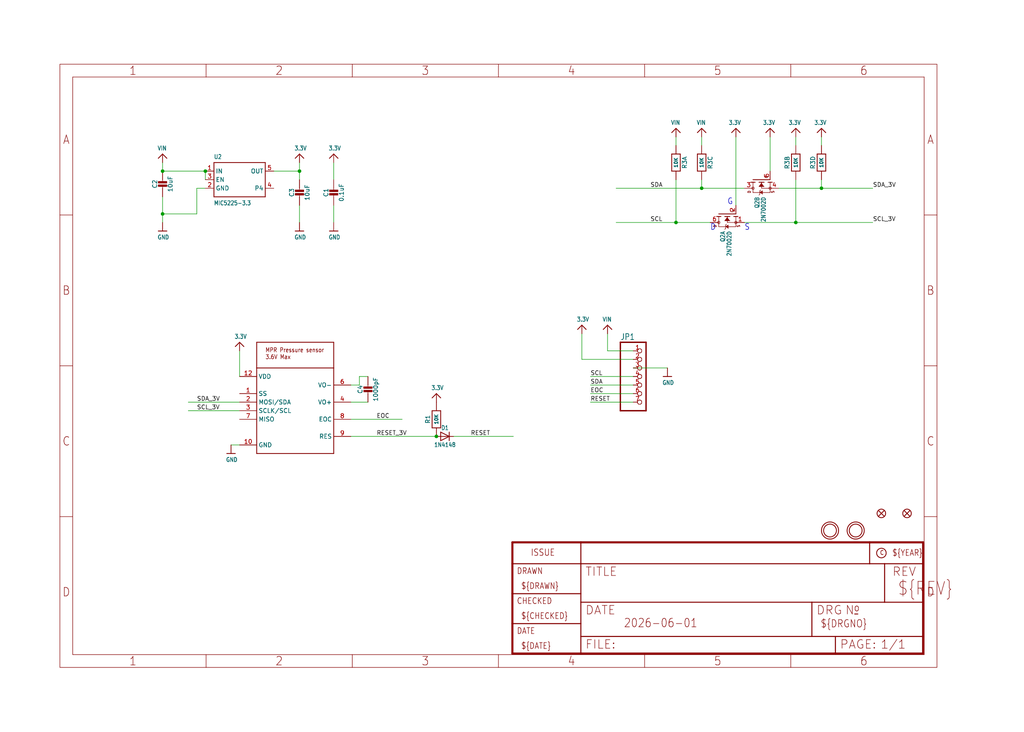
<source format=kicad_sch>
(kicad_sch (version 20230121) (generator eeschema)
  (paper "User" 303.962 217.322)
  (lib_symbols
    (symbol "working-eagle-import:3.3V" (power)
      (property "Value" "3.3V" (at -1.524 1.016 0))
      (symbol "3.3V_1_0"
        (polyline (pts (xy -1.27 -1.27) (xy 0 0)) (stroke (width 0.254)))
        (polyline (pts (xy 0 0) (xy 1.27 -1.27)) (stroke (width 0.254)))
        (pin power_in line (at 0 -2.54 90) (length 2.54) (name "3.3V") (number "1"))
      )
    )
    (symbol "working-eagle-import:CAP_CERAMIC0603_NO"
      (property "Reference" "C" (at -2.29 1.25 90))
      (symbol "CAP_CERAMIC0603_NO_1_0"
        (rectangle (start -1.27 0.508) (end 1.27 1.016) (fill (type outline)))
        (rectangle (start -1.27 1.524) (end 1.27 2.032) (fill (type outline)))
        (polyline (pts (xy 0 0.762) (xy 0 0)) (stroke (width 0.1524)))
        (polyline (pts (xy 0 2.54) (xy 0 1.778)) (stroke (width 0.1524)))
        (pin passive line (at 0 5.08 270) (length 2.54) (name "1") (number "1"))
        (pin passive line (at 0 -2.54 90) (length 2.54) (name "2") (number "2"))
      )
    )
    (symbol "working-eagle-import:CAP_CERAMIC0805-NOOUTLINE"
      (property "Reference" "C" (at -2.29 1.25 90))
      (symbol "CAP_CERAMIC0805-NOOUTLINE_1_0"
        (rectangle (start -1.27 0.508) (end 1.27 1.016) (fill (type outline)))
        (rectangle (start -1.27 1.524) (end 1.27 2.032) (fill (type outline)))
        (polyline (pts (xy 0 0.762) (xy 0 0)) (stroke (width 0.1524)))
        (polyline (pts (xy 0 2.54) (xy 0 1.778)) (stroke (width 0.1524)))
        (pin passive line (at 0 5.08 270) (length 2.54) (name "1") (number "1"))
        (pin passive line (at 0 -2.54 90) (length 2.54) (name "2") (number "2"))
      )
    )
    (symbol "working-eagle-import:DIODESOD-323"
      (property "Reference" "D" (at 0 2.54 0))
      (symbol "DIODESOD-323_1_0"
        (polyline (pts (xy -1.27 -1.27) (xy 1.27 0)) (stroke (width 0.254)))
        (polyline (pts (xy -1.27 1.27) (xy -1.27 -1.27)) (stroke (width 0.254)))
        (polyline (pts (xy 1.27 0) (xy -1.27 1.27)) (stroke (width 0.254)))
        (polyline (pts (xy 1.27 0) (xy 1.27 -1.27)) (stroke (width 0.254)))
        (polyline (pts (xy 1.27 1.27) (xy 1.27 0)) (stroke (width 0.254)))
        (pin passive line (at -2.54 0 0) (length 2.54) (name "A") (number "A"))
        (pin passive line (at 2.54 0 180) (length 2.54) (name "C") (number "C"))
      )
    )
    (symbol "working-eagle-import:FIDUCIAL_1MM"
      (symbol "FIDUCIAL_1MM_1_0"
        (polyline (pts (xy -0.762 0.762) (xy 0.762 -0.762)) (stroke (width 0.254)))
        (polyline (pts (xy 0.762 0.762) (xy -0.762 -0.762)) (stroke (width 0.254)))
        (circle (center 0 0) (radius 1.27) (stroke (width 0.254)))
      )
    )
    (symbol "working-eagle-import:FRAME_A4"
      (symbol "FRAME_A4_1_0"
        (polyline (pts (xy 0 44.7675) (xy 3.81 44.7675)))
        (polyline (pts (xy 0 89.535) (xy 3.81 89.535)))
        (polyline (pts (xy 0 134.3025) (xy 3.81 134.3025)))
        (polyline (pts (xy 3.81 3.81) (xy 3.81 175.26)))
        (polyline (pts (xy 43.3917 0) (xy 43.3917 3.81)))
        (polyline (pts (xy 43.3917 175.26) (xy 43.3917 179.07)))
        (polyline (pts (xy 86.7833 0) (xy 86.7833 3.81)))
        (polyline (pts (xy 86.7833 175.26) (xy 86.7833 179.07)))
        (polyline (pts (xy 130.175 0) (xy 130.175 3.81)))
        (polyline (pts (xy 130.175 175.26) (xy 130.175 179.07)))
        (polyline (pts (xy 173.5667 0) (xy 173.5667 3.81)))
        (polyline (pts (xy 173.5667 175.26) (xy 173.5667 179.07)))
        (polyline (pts (xy 216.9583 0) (xy 216.9583 3.81)))
        (polyline (pts (xy 216.9583 175.26) (xy 216.9583 179.07)))
        (polyline (pts (xy 256.54 3.81) (xy 3.81 3.81)))
        (polyline (pts (xy 256.54 3.81) (xy 256.54 8.89)) (stroke (width 0.1016)))
        (polyline (pts (xy 256.54 3.81) (xy 256.54 175.26)))
        (polyline (pts (xy 256.54 8.89) (xy 256.54 13.97)) (stroke (width 0.1016)))
        (polyline (pts (xy 256.54 13.97) (xy 256.54 19.05)) (stroke (width 0.1016)))
        (polyline (pts (xy 256.54 19.05) (xy 256.54 36.83)) (stroke (width 0.1016)))
        (polyline (pts (xy 256.54 44.7675) (xy 260.35 44.7675)))
        (polyline (pts (xy 256.54 89.535) (xy 260.35 89.535)))
        (polyline (pts (xy 256.54 134.3025) (xy 260.35 134.3025)))
        (polyline (pts (xy 256.54 175.26) (xy 3.81 175.26)))
        (polyline (pts (xy 0 0) (xy 260.35 0) (xy 260.35 179.07) (xy 0 179.07) (xy 0 0)))
        (text "1" (at 21.6958 1.905 0) (effects (font (size 2.54 2.286))))
        (text "1" (at 21.6958 177.165 0) (effects (font (size 2.54 2.286))))
        (text "2" (at 65.0875 1.905 0) (effects (font (size 2.54 2.286))))
        (text "2" (at 65.0875 177.165 0) (effects (font (size 2.54 2.286))))
        (text "3" (at 108.4792 1.905 0) (effects (font (size 2.54 2.286))))
        (text "3" (at 108.4792 177.165 0) (effects (font (size 2.54 2.286))))
        (text "4" (at 151.8708 1.905 0) (effects (font (size 2.54 2.286))))
        (text "4" (at 151.8708 177.165 0) (effects (font (size 2.54 2.286))))
        (text "5" (at 195.2625 1.905 0) (effects (font (size 2.54 2.286))))
        (text "5" (at 195.2625 177.165 0) (effects (font (size 2.54 2.286))))
        (text "6" (at 238.6542 1.905 0) (effects (font (size 2.54 2.286))))
        (text "6" (at 238.6542 177.165 0) (effects (font (size 2.54 2.286))))
        (text "A" (at 1.905 156.6863 0) (effects (font (size 2.54 2.286))))
        (text "A" (at 258.445 156.6863 0) (effects (font (size 2.54 2.286))))
        (text "B" (at 1.905 111.9188 0) (effects (font (size 2.54 2.286))))
        (text "B" (at 258.445 111.9188 0) (effects (font (size 2.54 2.286))))
        (text "C" (at 1.905 67.1513 0) (effects (font (size 2.54 2.286))))
        (text "C" (at 258.445 67.1513 0) (effects (font (size 2.54 2.286))))
        (text "D" (at 1.905 22.3838 0) (effects (font (size 2.54 2.286))))
        (text "D" (at 258.445 22.3838 0) (effects (font (size 2.54 2.286))))
      )
      (symbol "FRAME_A4_2_0"
        (polyline (pts (xy -0.3048 1.5748) (xy 20.0152 1.5748)) (stroke (width 0.6096)))
        (polyline (pts (xy -0.3048 10.4648) (xy -0.3048 1.5748)) (stroke (width 0.6096)))
        (polyline (pts (xy -0.3048 10.4648) (xy 20.0152 10.4648)) (stroke (width 0.3048)))
        (polyline (pts (xy -0.3048 19.3548) (xy -0.3048 10.4648)) (stroke (width 0.6096)))
        (polyline (pts (xy -0.3048 19.3548) (xy 20.0152 19.3548)) (stroke (width 0.3048)))
        (polyline (pts (xy -0.3048 28.2448) (xy -0.3048 19.3548)) (stroke (width 0.6096)))
        (polyline (pts (xy -0.3048 28.2448) (xy 20.0152 28.2448)) (stroke (width 0.3048)))
        (polyline (pts (xy -0.3048 34.5948) (xy -0.3048 28.2448)) (stroke (width 0.6096)))
        (polyline (pts (xy 20.0152 1.5748) (xy 20.0152 6.6548)) (stroke (width 0.3048)))
        (polyline (pts (xy 20.0152 1.5748) (xy 95.5802 1.5748)) (stroke (width 0.6096)))
        (polyline (pts (xy 20.0152 6.6548) (xy 20.0152 10.4648)) (stroke (width 0.3048)))
        (polyline (pts (xy 20.0152 6.6548) (xy 88.5952 6.6548)) (stroke (width 0.3048)))
        (polyline (pts (xy 20.0152 10.4648) (xy 20.0152 16.8148)) (stroke (width 0.3048)))
        (polyline (pts (xy 20.0152 16.8148) (xy 20.0152 19.3548)) (stroke (width 0.3048)))
        (polyline (pts (xy 20.0152 19.3548) (xy 20.0152 28.2448)) (stroke (width 0.3048)))
        (polyline (pts (xy 20.0152 28.2448) (xy 20.0152 34.5948)) (stroke (width 0.3048)))
        (polyline (pts (xy 20.0152 28.2448) (xy 105.7402 28.2448)) (stroke (width 0.3048)))
        (polyline (pts (xy 20.0152 34.5948) (xy -0.3048 34.5948)) (stroke (width 0.6096)))
        (polyline (pts (xy 88.5952 6.6548) (xy 95.5802 6.6548)) (stroke (width 0.3048)))
        (polyline (pts (xy 88.5952 16.8148) (xy 20.0152 16.8148)) (stroke (width 0.3048)))
        (polyline (pts (xy 88.5952 16.8148) (xy 88.5952 6.6548)) (stroke (width 0.3048)))
        (polyline (pts (xy 95.5802 1.5748) (xy 121.6152 1.5748)) (stroke (width 0.6096)))
        (polyline (pts (xy 95.5802 6.6548) (xy 95.5802 1.5748)) (stroke (width 0.3048)))
        (polyline (pts (xy 95.5802 6.6548) (xy 121.6152 6.6548)) (stroke (width 0.3048)))
        (polyline (pts (xy 101.2952 13.3223) (xy 102.2477 13.3223)) (stroke (width 0.254)))
        (polyline (pts (xy 105.7402 28.2448) (xy 105.7402 34.5948)) (stroke (width 0.3048)))
        (polyline (pts (xy 105.7402 28.2448) (xy 110.1852 28.2448)) (stroke (width 0.3048)))
        (polyline (pts (xy 105.7402 34.5948) (xy 20.0152 34.5948)) (stroke (width 0.6096)))
        (polyline (pts (xy 110.1852 16.8148) (xy 88.5952 16.8148)) (stroke (width 0.3048)))
        (polyline (pts (xy 110.1852 28.2448) (xy 110.1852 16.8148)) (stroke (width 0.3048)))
        (polyline (pts (xy 110.1852 28.2448) (xy 121.6152 28.2448)) (stroke (width 0.3048)))
        (polyline (pts (xy 121.6152 6.6548) (xy 121.6152 1.5748)) (stroke (width 0.6096)))
        (polyline (pts (xy 121.6152 16.8148) (xy 110.1852 16.8148)) (stroke (width 0.3048)))
        (polyline (pts (xy 121.6152 16.8148) (xy 121.6152 6.6548)) (stroke (width 0.6096)))
        (polyline (pts (xy 121.6152 28.2448) (xy 121.6152 16.8148)) (stroke (width 0.6096)))
        (polyline (pts (xy 121.6152 34.5948) (xy 105.7402 34.5948)) (stroke (width 0.6096)))
        (polyline (pts (xy 121.6152 34.5948) (xy 121.6152 28.2448)) (stroke (width 0.6096)))
        (circle (center 109.2327 31.4198) (radius 1.4199) (stroke (width 0.254)))
        (text "${#}/${##}" (at 108.9152 2.8448 0) (effects (font (size 2.54 2.54)) (justify left bottom)))
        (text "${CHECKED}" (at 2.2352 11.7348 0) (effects (font (size 1.778 1.5113)) (justify left bottom)))
        (text "${COMPANY}" (at 23.349 29.6735 0) (effects (font (size 3.175 2.6987) (thickness 0.5397) bold) (justify left bottom)))
        (text "${CURRENT_DATE}" (at 32.7152 9.1948 0) (effects (font (size 2.54 2.159)) (justify left bottom)))
        (text "${DATE}" (at 2.2352 2.8448 0) (effects (font (size 1.778 1.5113)) (justify left bottom)))
        (text "${DRAWN}" (at 2.2352 20.6248 0) (effects (font (size 1.778 1.5113)) (justify left bottom)))
        (text "${DRGNO}" (at 91.1352 9.1948 0) (effects (font (size 2.1844 1.8567)) (justify left bottom)))
        (text "${PROJECTNAME}" (at 33.0327 2.8448 0) (effects (font (size 2.54 2.159)) (justify left bottom)))
        (text "${REV}" (at 113.9952 18.7198 0) (effects (font (size 3.81 3.2385)) (justify left bottom)))
        (text "${YEAR}" (at 112.4077 30.4673 0) (effects (font (size 1.778 1.5113)) (justify left bottom)))
        (text "C" (at 108.7564 30.7848 0) (effects (font (size 1.27 1.0795)) (justify left bottom)))
        (text "CHECKED" (at 0.9652 16.1798 0) (effects (font (size 1.778 1.5113)) (justify left bottom)))
        (text "DATE" (at 0.9652 7.2898 0) (effects (font (size 1.778 1.5113)) (justify left bottom)))
        (text "DATE" (at 21.2852 13.0048 0) (effects (font (size 2.54 2.54)) (justify left bottom)))
        (text "DRAWN" (at 0.9652 25.0698 0) (effects (font (size 1.778 1.5113)) (justify left bottom)))
        (text "DRG" (at 89.8652 13.0048 0) (effects (font (size 2.54 2.54)) (justify left bottom)))
        (text "FILE:" (at 21.2852 2.8448 0) (effects (font (size 2.54 2.54)) (justify left bottom)))
        (text "ISSUE" (at 5.0927 30.4673 0) (effects (font (size 1.9304 1.6408)) (justify left bottom)))
        (text "N" (at 98.4377 13.0048 0) (effects (font (size 2.54 2.54)) (justify left bottom)))
        (text "o" (at 100.9777 13.9573 0) (effects (font (size 2.1844 1.8567)) (justify left bottom)))
        (text "PAGE:" (at 96.8502 2.8448 0) (effects (font (size 2.54 2.54)) (justify left bottom)))
        (text "REV" (at 112.4077 24.4348 0) (effects (font (size 2.54 2.54)) (justify left bottom)))
        (text "TITLE" (at 21.2852 24.4348 0) (effects (font (size 2.54 2.54)) (justify left bottom)))
      )
    )
    (symbol "working-eagle-import:GND" (power)
      (property "Value" "GND" (at -1.524 -2.54 0))
      (symbol "GND_1_0"
        (polyline (pts (xy -1.27 0) (xy 1.27 0)) (stroke (width 0.254)))
        (pin power_in line (at 0 2.54 270) (length 2.54) (name "GND") (number "1"))
      )
    )
    (symbol "working-eagle-import:HEADER-1X770MIL"
      (property "Reference" "JP" (at -6.35 10.795 0))
      (symbol "HEADER-1X770MIL_1_0"
        (polyline (pts (xy -6.35 -10.16) (xy 1.27 -10.16)) (stroke (width 0.4064)))
        (polyline (pts (xy -6.35 10.16) (xy -6.35 -10.16)) (stroke (width 0.4064)))
        (polyline (pts (xy 1.27 -10.16) (xy 1.27 10.16)) (stroke (width 0.4064)))
        (polyline (pts (xy 1.27 10.16) (xy -6.35 10.16)) (stroke (width 0.4064)))
        (pin passive inverted (at -2.54 7.62 0) (length 2.54) (name "1") (number "1"))
        (pin passive inverted (at -2.54 5.08 0) (length 2.54) (name "2") (number "2"))
        (pin passive inverted (at -2.54 2.54 0) (length 2.54) (name "3") (number "3"))
        (pin passive inverted (at -2.54 0 0) (length 2.54) (name "4") (number "4"))
        (pin passive inverted (at -2.54 -2.54 0) (length 2.54) (name "5") (number "5"))
        (pin passive inverted (at -2.54 -5.08 0) (length 2.54) (name "6") (number "6"))
        (pin passive inverted (at -2.54 -7.62 0) (length 2.54) (name "7") (number "7"))
      )
    )
    (symbol "working-eagle-import:MOSFET-N_DUAL"
      (property "Reference" "Q" (at 5.08 0.635 0))
      (symbol "MOSFET-N_DUAL_1_0"
        (polyline (pts (xy 0 2.54) (xy 0 -2.54)) (stroke (width 0.254)))
        (polyline (pts (xy 0.762 -2.54) (xy 0.762 -3.175)) (stroke (width 0.254)))
        (polyline (pts (xy 0.762 -1.905) (xy 0.762 -2.54)) (stroke (width 0.254)))
        (polyline (pts (xy 0.762 0) (xy 0.762 -0.762)) (stroke (width 0.254)))
        (polyline (pts (xy 0.762 0) (xy 2.54 0)) (stroke (width 0.1524)))
        (polyline (pts (xy 0.762 0.762) (xy 0.762 0)) (stroke (width 0.254)))
        (polyline (pts (xy 0.762 2.54) (xy 0.762 1.905)) (stroke (width 0.254)))
        (polyline (pts (xy 0.762 2.54) (xy 3.81 2.54)) (stroke (width 0.1524)))
        (polyline (pts (xy 0.762 3.175) (xy 0.762 2.54)) (stroke (width 0.254)))
        (polyline (pts (xy 2.54 -2.54) (xy 0.762 -2.54)) (stroke (width 0.1524)))
        (polyline (pts (xy 2.54 -2.54) (xy 3.81 -2.54)) (stroke (width 0.1524)))
        (polyline (pts (xy 2.54 0) (xy 2.54 -2.54)) (stroke (width 0.1524)))
        (polyline (pts (xy 3.302 0.508) (xy 3.048 0.254)) (stroke (width 0.1524)))
        (polyline (pts (xy 3.81 0.508) (xy 3.302 0.508)) (stroke (width 0.1524)))
        (polyline (pts (xy 3.81 0.508) (xy 3.81 -2.54)) (stroke (width 0.1524)))
        (polyline (pts (xy 3.81 2.54) (xy 3.81 0.508)) (stroke (width 0.1524)))
        (polyline (pts (xy 4.318 0.508) (xy 3.81 0.508)) (stroke (width 0.1524)))
        (polyline (pts (xy 4.572 0.762) (xy 4.318 0.508)) (stroke (width 0.1524)))
        (polyline (pts (xy 1.016 0) (xy 2.032 0.762) (xy 2.032 -0.762)) (stroke (width 0.1524)) (fill (type outline)))
        (polyline (pts (xy 3.81 0.508) (xy 3.302 -0.254) (xy 4.318 -0.254)) (stroke (width 0.1524)) (fill (type outline)))
        (circle (center 2.54 -2.54) (radius 0.3592))
        (circle (center 2.54 2.54) (radius 0.3592))
        (text "D" (at 3.175 3.175 0) (effects (font (size 0.8128 0.6908)) (justify left bottom)))
        (text "G" (at -1.27 -1.905 0) (effects (font (size 0.8128 0.6908)) (justify left bottom)))
        (text "S" (at 3.175 -3.81 0) (effects (font (size 0.8128 0.6908)) (justify left bottom)))
        (pin bidirectional line (at 2.54 -5.08 90) (length 2.54) (name "S") (number "1"))
        (pin bidirectional line (at -2.54 -2.54 0) (length 2.54) (name "G") (number "2"))
        (pin bidirectional line (at 2.54 5.08 270) (length 2.54) (name "D") (number "6"))
      )
      (symbol "MOSFET-N_DUAL_2_0"
        (polyline (pts (xy 0 2.54) (xy 0 -2.54)) (stroke (width 0.254)))
        (polyline (pts (xy 0.762 -2.54) (xy 0.762 -3.175)) (stroke (width 0.254)))
        (polyline (pts (xy 0.762 -1.905) (xy 0.762 -2.54)) (stroke (width 0.254)))
        (polyline (pts (xy 0.762 0) (xy 0.762 -0.762)) (stroke (width 0.254)))
        (polyline (pts (xy 0.762 0) (xy 2.54 0)) (stroke (width 0.1524)))
        (polyline (pts (xy 0.762 0.762) (xy 0.762 0)) (stroke (width 0.254)))
        (polyline (pts (xy 0.762 2.54) (xy 0.762 1.905)) (stroke (width 0.254)))
        (polyline (pts (xy 0.762 2.54) (xy 3.81 2.54)) (stroke (width 0.1524)))
        (polyline (pts (xy 0.762 3.175) (xy 0.762 2.54)) (stroke (width 0.254)))
        (polyline (pts (xy 2.54 -2.54) (xy 0.762 -2.54)) (stroke (width 0.1524)))
        (polyline (pts (xy 2.54 -2.54) (xy 3.81 -2.54)) (stroke (width 0.1524)))
        (polyline (pts (xy 2.54 0) (xy 2.54 -2.54)) (stroke (width 0.1524)))
        (polyline (pts (xy 3.302 0.508) (xy 3.048 0.254)) (stroke (width 0.1524)))
        (polyline (pts (xy 3.81 0.508) (xy 3.302 0.508)) (stroke (width 0.1524)))
        (polyline (pts (xy 3.81 0.508) (xy 3.81 -2.54)) (stroke (width 0.1524)))
        (polyline (pts (xy 3.81 2.54) (xy 3.81 0.508)) (stroke (width 0.1524)))
        (polyline (pts (xy 4.318 0.508) (xy 3.81 0.508)) (stroke (width 0.1524)))
        (polyline (pts (xy 4.572 0.762) (xy 4.318 0.508)) (stroke (width 0.1524)))
        (polyline (pts (xy 1.016 0) (xy 2.032 0.762) (xy 2.032 -0.762)) (stroke (width 0.1524)) (fill (type outline)))
        (polyline (pts (xy 3.81 0.508) (xy 3.302 -0.254) (xy 4.318 -0.254)) (stroke (width 0.1524)) (fill (type outline)))
        (circle (center 2.54 -2.54) (radius 0.3592))
        (circle (center 2.54 2.54) (radius 0.3592))
        (text "D" (at 3.175 3.175 0) (effects (font (size 0.8128 0.6908)) (justify left bottom)))
        (text "G" (at -1.27 -1.905 0) (effects (font (size 0.8128 0.6908)) (justify left bottom)))
        (text "S" (at 3.175 -3.81 0) (effects (font (size 0.8128 0.6908)) (justify left bottom)))
        (pin bidirectional line (at 2.54 5.08 270) (length 2.54) (name "D") (number "3"))
        (pin bidirectional line (at 2.54 -5.08 90) (length 2.54) (name "S") (number "4"))
        (pin bidirectional line (at -2.54 -2.54 0) (length 2.54) (name "G") (number "5"))
      )
    )
    (symbol "working-eagle-import:MOUNTINGHOLE2.5"
      (symbol "MOUNTINGHOLE2.5_1_0"
        (circle (center 0 0) (radius 1.905) (stroke (width 0.254)))
        (circle (center 0 0) (radius 2.54) (stroke (width 0.254)))
      )
    )
    (symbol "working-eagle-import:MPR_SERIES_I2C_PRESSURE"
      (symbol "MPR_SERIES_I2C_PRESSURE_1_0"
        (polyline (pts (xy -12.7 -12.7) (xy 10.16 -12.7)) (stroke (width 0.254)))
        (polyline (pts (xy -12.7 12.7) (xy -12.7 -12.7)) (stroke (width 0.254)))
        (polyline (pts (xy -12.7 12.7) (xy 10.16 12.7)) (stroke (width 0.254)))
        (polyline (pts (xy -12.7 20.32) (xy -12.7 12.7)) (stroke (width 0.254)))
        (polyline (pts (xy 10.16 -12.7) (xy 10.16 12.7)) (stroke (width 0.254)))
        (polyline (pts (xy 10.16 12.7) (xy 10.16 20.32)) (stroke (width 0.254)))
        (polyline (pts (xy 10.16 20.32) (xy -12.7 20.32)) (stroke (width 0.254)))
        (text "MPR Pressure sensor\n3.6V Max" (at -10.16 15.24 0) (effects (font (size 1.27 1.0795)) (justify left bottom)))
        (pin bidirectional line (at -17.78 5.08 0) (length 5.08) (name "SS") (number "1"))
        (pin bidirectional line (at -17.78 -10.16 0) (length 5.08) (name "GND") (number "10"))
        (pin bidirectional line (at -17.78 10.16 0) (length 5.08) (name "VDD") (number "12"))
        (pin bidirectional line (at -17.78 2.54 0) (length 5.08) (name "MOSI/SDA") (number "2"))
        (pin bidirectional line (at -17.78 0 0) (length 5.08) (name "SCLK/SCL") (number "3"))
        (pin bidirectional line (at 15.24 2.54 180) (length 5.08) (name "VO+") (number "4"))
        (pin bidirectional line (at 15.24 7.62 180) (length 5.08) (name "VO-") (number "6"))
        (pin bidirectional line (at -17.78 -2.54 0) (length 5.08) (name "MISO") (number "7"))
        (pin bidirectional line (at 15.24 -2.54 180) (length 5.08) (name "EOC") (number "8"))
        (pin bidirectional line (at 15.24 -7.62 180) (length 5.08) (name "RES") (number "9"))
      )
    )
    (symbol "working-eagle-import:RESISTOR_0603_NOOUT"
      (property "Reference" "R" (at 0 2.54 0))
      (symbol "RESISTOR_0603_NOOUT_1_0"
        (polyline (pts (xy -2.54 -1.27) (xy -2.54 1.27)) (stroke (width 0.254)))
        (polyline (pts (xy -2.54 1.27) (xy 2.54 1.27)) (stroke (width 0.254)))
        (polyline (pts (xy 2.54 -1.27) (xy -2.54 -1.27)) (stroke (width 0.254)))
        (polyline (pts (xy 2.54 1.27) (xy 2.54 -1.27)) (stroke (width 0.254)))
        (pin passive line (at -5.08 0 0) (length 2.54) (name "1") (number "1"))
        (pin passive line (at 5.08 0 180) (length 2.54) (name "2") (number "2"))
      )
    )
    (symbol "working-eagle-import:RESISTOR_4PACK"
      (property "Reference" "R" (at 0 2.54 0))
      (symbol "RESISTOR_4PACK_1_0"
        (polyline (pts (xy -2.54 -1.27) (xy -2.54 1.27)) (stroke (width 0.254)))
        (polyline (pts (xy -2.54 1.27) (xy 2.54 1.27)) (stroke (width 0.254)))
        (polyline (pts (xy 2.54 -1.27) (xy -2.54 -1.27)) (stroke (width 0.254)))
        (polyline (pts (xy 2.54 1.27) (xy 2.54 -1.27)) (stroke (width 0.254)))
        (pin passive line (at -5.08 0 0) (length 2.54) (name "1") (number "1"))
        (pin passive line (at 5.08 0 180) (length 2.54) (name "2") (number "8"))
      )
      (symbol "RESISTOR_4PACK_2_0"
        (polyline (pts (xy -2.54 -1.27) (xy -2.54 1.27)) (stroke (width 0.254)))
        (polyline (pts (xy -2.54 1.27) (xy 2.54 1.27)) (stroke (width 0.254)))
        (polyline (pts (xy 2.54 -1.27) (xy -2.54 -1.27)) (stroke (width 0.254)))
        (polyline (pts (xy 2.54 1.27) (xy 2.54 -1.27)) (stroke (width 0.254)))
        (pin passive line (at -5.08 0 0) (length 2.54) (name "1") (number "2"))
        (pin passive line (at 5.08 0 180) (length 2.54) (name "2") (number "7"))
      )
      (symbol "RESISTOR_4PACK_3_0"
        (polyline (pts (xy -2.54 -1.27) (xy -2.54 1.27)) (stroke (width 0.254)))
        (polyline (pts (xy -2.54 1.27) (xy 2.54 1.27)) (stroke (width 0.254)))
        (polyline (pts (xy 2.54 -1.27) (xy -2.54 -1.27)) (stroke (width 0.254)))
        (polyline (pts (xy 2.54 1.27) (xy 2.54 -1.27)) (stroke (width 0.254)))
        (pin passive line (at -5.08 0 0) (length 2.54) (name "1") (number "3"))
        (pin passive line (at 5.08 0 180) (length 2.54) (name "2") (number "6"))
      )
      (symbol "RESISTOR_4PACK_4_0"
        (polyline (pts (xy -2.54 -1.27) (xy -2.54 1.27)) (stroke (width 0.254)))
        (polyline (pts (xy -2.54 1.27) (xy 2.54 1.27)) (stroke (width 0.254)))
        (polyline (pts (xy 2.54 -1.27) (xy -2.54 -1.27)) (stroke (width 0.254)))
        (polyline (pts (xy 2.54 1.27) (xy 2.54 -1.27)) (stroke (width 0.254)))
        (pin passive line (at -5.08 0 0) (length 2.54) (name "1") (number "4"))
        (pin passive line (at 5.08 0 180) (length 2.54) (name "2") (number "5"))
      )
    )
    (symbol "working-eagle-import:VIN" (power)
      (property "Value" "VIN" (at -1.524 1.016 0))
      (symbol "VIN_1_0"
        (polyline (pts (xy -1.27 -1.27) (xy 0 0)) (stroke (width 0.254)))
        (polyline (pts (xy 0 0) (xy 1.27 -1.27)) (stroke (width 0.254)))
        (pin power_in line (at 0 -2.54 90) (length 2.54) (name "VIN") (number "1"))
      )
    )
    (symbol "working-eagle-import:VREG_SOT23-5"
      (property "Reference" "U" (at -7.62 6.096 0))
      (symbol "VREG_SOT23-5_1_0"
        (polyline (pts (xy -7.62 -5.08) (xy -7.62 5.08)) (stroke (width 0.254)))
        (polyline (pts (xy -7.62 5.08) (xy 7.62 5.08)) (stroke (width 0.254)))
        (polyline (pts (xy 7.62 -5.08) (xy -7.62 -5.08)) (stroke (width 0.254)))
        (polyline (pts (xy 7.62 5.08) (xy 7.62 -5.08)) (stroke (width 0.254)))
        (pin power_in line (at -10.16 2.54 0) (length 2.54) (name "IN") (number "1"))
        (pin power_in line (at -10.16 -2.54 0) (length 2.54) (name "GND") (number "2"))
        (pin input line (at -10.16 0 0) (length 2.54) (name "EN") (number "3"))
        (pin bidirectional line (at 10.16 -2.54 180) (length 2.54) (name "P4") (number "4"))
        (pin power_in line (at 10.16 2.54 180) (length 2.54) (name "OUT") (number "5"))
      )
    )
  )
  (junction (at 88.9 50.8))
  (junction (at 208.28 55.88))
  (junction (at 129.54 129.54))
  (junction (at 60.96 50.8))
  (junction (at 48.26 63.5))
  (junction (at 243.84 55.88))
  (junction (at 236.22 66.04))
  (junction (at 200.66 66.04))
  (junction (at 48.26 50.8))
  (wire (pts (xy 88.9 50.8) (xy 88.9 53.34)) (stroke (width 0.1524)))
  (wire (pts (xy 71.12 119.38) (xy 55.88 119.38)) (stroke (width 0.1524)))
  (wire (pts (xy 99.06 48.26) (xy 99.06 53.34)) (stroke (width 0.1524)))
  (wire (pts (xy 104.14 124.46) (xy 119.38 124.46)) (stroke (width 0.1524)))
  (wire (pts (xy 55.88 121.92) (xy 71.12 121.92)) (stroke (width 0.1524)))
  (wire (pts (xy 187.96 104.14) (xy 180.34 104.14)) (stroke (width 0.1524)))
  (wire (pts (xy 58.42 55.88) (xy 58.42 63.5)) (stroke (width 0.1524)))
  (wire (pts (xy 200.66 66.04) (xy 182.88 66.04)) (stroke (width 0.1524)))
  (wire (pts (xy 208.28 53.34) (xy 208.28 55.88)) (stroke (width 0.1524)))
  (wire (pts (xy 228.6 50.8) (xy 228.6 40.64)) (stroke (width 0.1524)))
  (wire (pts (xy 175.26 119.38) (xy 187.96 119.38)) (stroke (width 0.1524)))
  (wire (pts (xy 236.22 43.18) (xy 236.22 40.64)) (stroke (width 0.1524)))
  (wire (pts (xy 60.96 55.88) (xy 58.42 55.88)) (stroke (width 0.1524)))
  (wire (pts (xy 187.96 106.68) (xy 172.72 106.68)) (stroke (width 0.1524)))
  (wire (pts (xy 187.96 109.22) (xy 198.12 109.22)) (stroke (width 0.1524)))
  (wire (pts (xy 220.98 66.04) (xy 236.22 66.04)) (stroke (width 0.1524)))
  (wire (pts (xy 210.82 66.04) (xy 200.66 66.04)) (stroke (width 0.1524)))
  (wire (pts (xy 81.28 50.8) (xy 88.9 50.8)) (stroke (width 0.1524)))
  (wire (pts (xy 187.96 114.3) (xy 175.26 114.3)) (stroke (width 0.1524)))
  (wire (pts (xy 134.62 129.54) (xy 152.4 129.54)) (stroke (width 0.1524)))
  (wire (pts (xy 220.98 55.88) (xy 208.28 55.88)) (stroke (width 0.1524)))
  (wire (pts (xy 58.42 63.5) (xy 48.26 63.5)) (stroke (width 0.1524)))
  (wire (pts (xy 68.58 132.08) (xy 71.12 132.08)) (stroke (width 0.1524)))
  (wire (pts (xy 208.28 55.88) (xy 182.88 55.88)) (stroke (width 0.1524)))
  (wire (pts (xy 218.44 60.96) (xy 218.44 40.64)) (stroke (width 0.1524)))
  (wire (pts (xy 60.96 53.34) (xy 60.96 50.8)) (stroke (width 0.1524)))
  (wire (pts (xy 106.68 111.76) (xy 106.68 114.3)) (stroke (width 0.1524)))
  (wire (pts (xy 243.84 43.18) (xy 243.84 40.64)) (stroke (width 0.1524)))
  (wire (pts (xy 236.22 66.04) (xy 259.08 66.04)) (stroke (width 0.1524)))
  (wire (pts (xy 208.28 43.18) (xy 208.28 40.64)) (stroke (width 0.1524)))
  (wire (pts (xy 243.84 53.34) (xy 243.84 55.88)) (stroke (width 0.1524)))
  (wire (pts (xy 104.14 129.54) (xy 129.54 129.54)) (stroke (width 0.1524)))
  (wire (pts (xy 200.66 53.34) (xy 200.66 66.04)) (stroke (width 0.1524)))
  (wire (pts (xy 236.22 53.34) (xy 236.22 66.04)) (stroke (width 0.1524)))
  (wire (pts (xy 71.12 104.14) (xy 71.12 111.76)) (stroke (width 0.1524)))
  (wire (pts (xy 48.26 63.5) (xy 48.26 66.04)) (stroke (width 0.1524)))
  (wire (pts (xy 104.14 119.38) (xy 109.22 119.38)) (stroke (width 0.1524)))
  (wire (pts (xy 187.96 116.84) (xy 175.26 116.84)) (stroke (width 0.1524)))
  (wire (pts (xy 187.96 111.76) (xy 175.26 111.76)) (stroke (width 0.1524)))
  (wire (pts (xy 200.66 40.64) (xy 200.66 43.18)) (stroke (width 0.1524)))
  (wire (pts (xy 48.26 63.5) (xy 48.26 58.42)) (stroke (width 0.1524)))
  (wire (pts (xy 88.9 50.8) (xy 88.9 48.26)) (stroke (width 0.1524)))
  (wire (pts (xy 106.68 114.3) (xy 104.14 114.3)) (stroke (width 0.1524)))
  (wire (pts (xy 60.96 50.8) (xy 48.26 50.8)) (stroke (width 0.1524)))
  (wire (pts (xy 172.72 106.68) (xy 172.72 99.06)) (stroke (width 0.1524)))
  (wire (pts (xy 48.26 48.26) (xy 48.26 50.8)) (stroke (width 0.1524)))
  (wire (pts (xy 180.34 104.14) (xy 180.34 99.06)) (stroke (width 0.1524)))
  (wire (pts (xy 231.14 55.88) (xy 243.84 55.88)) (stroke (width 0.1524)))
  (wire (pts (xy 109.22 111.76) (xy 106.68 111.76)) (stroke (width 0.1524)))
  (wire (pts (xy 243.84 55.88) (xy 259.08 55.88)) (stroke (width 0.1524)))
  (wire (pts (xy 88.9 60.96) (xy 88.9 66.04)) (stroke (width 0.1524)))
  (wire (pts (xy 99.06 60.96) (xy 99.06 66.04)) (stroke (width 0.1524)))
  (text "D" (at 210.82 68.58 0) (effects (font (size 1.778 1.5113)) (justify left bottom)))
  (text "G" (at 215.9 60.96 0) (effects (font (size 1.778 1.5113)) (justify left bottom)))
  (text "S" (at 220.98 68.58 0) (effects (font (size 1.778 1.5113)) (justify left bottom)))
  (label "SCL" (at 175.26 111.76 0) (effects (font (size 1.2446 1.2446))))
  (label "EOC" (at 175.26 116.84 0) (effects (font (size 1.2446 1.2446))))
  (label "SCL_3V" (at 58.42 121.92 0) (effects (font (size 1.2446 1.2446))))
  (label "RESET" (at 175.26 119.38 0) (effects (font (size 1.2446 1.2446))))
  (label "SCL" (at 193.04 66.04 0) (effects (font (size 1.2446 1.2446))))
  (label "SDA_3V" (at 58.42 119.38 0) (effects (font (size 1.2446 1.2446))))
  (label "SDA_3V" (at 259.08 55.88 0) (effects (font (size 1.2446 1.2446))))
  (label "RESET" (at 139.7 129.54 0) (effects (font (size 1.2446 1.2446))))
  (label "EOC" (at 111.76 124.46 0) (effects (font (size 1.2446 1.2446))))
  (label "RESET_3V" (at 111.76 129.54 0) (effects (font (size 1.2446 1.2446))))
  (label "SDA" (at 175.26 114.3 0) (effects (font (size 1.2446 1.2446))))
  (label "SCL_3V" (at 259.08 66.04 0) (effects (font (size 1.2446 1.2446))))
  (label "SDA" (at 193.04 55.88 0) (effects (font (size 1.2446 1.2446))))
  (symbol (lib_id "working-eagle-import:3.3V") (at 71.12 101.6 0) (unit 1)
    (property "Reference" "#U$17" (effects hide))
    (property "Value" "3.3V" (at 69.596 100.584 0) (effects (font (size 1.27 1.0795)) (justify left bottom)))
  )
  (symbol (lib_id "working-eagle-import:FRAME_A4") (at 152.4 195.58 0) (unit 2)
    (property "Reference" "#FRAME1" (effects hide))
    (property "Value" "FRAME_A4" (effects hide))
  )
  (symbol (lib_id "working-eagle-import:CAP_CERAMIC0805-NOOUTLINE") (at 88.9 58.42 0) (unit 1)
    (property "Reference" "C3" (at 86.61 57.17 90))
    (property "Value" "10uF" (at 91.2 57.17 90))
    (property "Footprint" "working:0805-NO" (effects hide))
  )
  (symbol (lib_id "working-eagle-import:MOUNTINGHOLE2.5") (at 246.38 157.48 0) (unit 1)
    (property "Reference" "U$4" (effects hide))
    (property "Value" "MOUNTINGHOLE2.5" (effects hide))
    (property "Footprint" "working:MOUNTINGHOLE_2.5_PLATED" (effects hide))
  )
  (symbol (lib_id "working-eagle-import:FRAME_A4") (at 17.78 198.12 0) (unit 1)
    (property "Reference" "#FRAME1" (effects hide))
    (property "Value" "FRAME_A4" (effects hide))
  )
  (symbol (lib_id "working-eagle-import:3.3V") (at 172.72 96.52 0) (unit 1)
    (property "Reference" "#U$16" (effects hide))
    (property "Value" "3.3V" (at 171.196 95.504 0) (effects (font (size 1.27 1.0795)) (justify left bottom)))
  )
  (symbol (lib_id "working-eagle-import:HEADER-1X770MIL") (at 190.5 111.76 0) (unit 1)
    (property "Reference" "JP1" (at 184.15 100.965 0) (effects (font (size 1.778 1.5113)) (justify left bottom)))
    (property "Value" "HEADER-1X770MIL" (effects hide))
    (property "Footprint" "working:1X07_ROUND_70" (effects hide))
  )
  (symbol (lib_id "working-eagle-import:3.3V") (at 129.54 116.84 0) (unit 1)
    (property "Reference" "#U$21" (effects hide))
    (property "Value" "3.3V" (at 128.016 115.824 0) (effects (font (size 1.27 1.0795)) (justify left bottom)))
  )
  (symbol (lib_id "working-eagle-import:3.3V") (at 243.84 38.1 0) (mirror y) (unit 1)
    (property "Reference" "#U$7" (effects hide))
    (property "Value" "3.3V" (at 245.364 37.084 0) (effects (font (size 1.27 1.0795)) (justify left bottom)))
  )
  (symbol (lib_id "working-eagle-import:CAP_CERAMIC0603_NO") (at 99.06 58.42 0) (unit 1)
    (property "Reference" "C1" (at 96.77 57.17 90))
    (property "Value" "0.1uF" (at 101.36 57.17 90))
    (property "Footprint" "working:0603-NO" (effects hide))
  )
  (symbol (lib_id "working-eagle-import:RESISTOR_4PACK") (at 243.84 48.26 90) (mirror x) (unit 4)
    (property "Reference" "R3" (at 241.3 48.26 0))
    (property "Value" "10K" (at 243.84 48.26 0) (effects (font (size 1.016 1.016) bold)))
    (property "Footprint" "working:RESPACK_4X0603" (effects hide))
  )
  (symbol (lib_id "working-eagle-import:VREG_SOT23-5") (at 71.12 53.34 0) (unit 1)
    (property "Reference" "U2" (at 63.5 47.244 0) (effects (font (size 1.27 1.0795)) (justify left bottom)))
    (property "Value" "MIC5225-3.3" (at 63.5 60.96 0) (effects (font (size 1.27 1.0795)) (justify left bottom)))
    (property "Footprint" "working:SOT23-5" (effects hide))
  )
  (symbol (lib_id "working-eagle-import:RESISTOR_4PACK") (at 236.22 48.26 90) (mirror x) (unit 2)
    (property "Reference" "R3" (at 233.68 48.26 0))
    (property "Value" "10K" (at 236.22 48.26 0) (effects (font (size 1.016 1.016) bold)))
    (property "Footprint" "working:RESPACK_4X0603" (effects hide))
  )
  (symbol (lib_id "working-eagle-import:GND") (at 88.9 68.58 0) (unit 1)
    (property "Reference" "#U$5" (effects hide))
    (property "Value" "GND" (at 87.376 71.12 0) (effects (font (size 1.27 1.0795)) (justify left bottom)))
  )
  (symbol (lib_id "working-eagle-import:GND") (at 198.12 111.76 0) (unit 1)
    (property "Reference" "#U$10" (effects hide))
    (property "Value" "GND" (at 196.596 114.3 0) (effects (font (size 1.27 1.0795)) (justify left bottom)))
  )
  (symbol (lib_id "working-eagle-import:VIN") (at 200.66 38.1 0) (unit 1)
    (property "Reference" "#U$29" (effects hide))
    (property "Value" "VIN" (at 199.136 37.084 0) (effects (font (size 1.27 1.0795)) (justify left bottom)))
  )
  (symbol (lib_id "working-eagle-import:FIDUCIAL_1MM") (at 261.62 152.4 0) (unit 1)
    (property "Reference" "FID2" (effects hide))
    (property "Value" "FIDUCIAL_1MM" (effects hide))
    (property "Footprint" "working:FIDUCIAL_1MM" (effects hide))
  )
  (symbol (lib_id "working-eagle-import:RESISTOR_4PACK") (at 200.66 48.26 270) (unit 1)
    (property "Reference" "R3" (at 203.2 48.26 0))
    (property "Value" "10K" (at 200.66 48.26 0) (effects (font (size 1.016 1.016) bold)))
    (property "Footprint" "working:RESPACK_4X0603" (effects hide))
  )
  (symbol (lib_id "working-eagle-import:CAP_CERAMIC0805-NOOUTLINE") (at 48.26 55.88 0) (unit 1)
    (property "Reference" "C2" (at 45.97 54.63 90))
    (property "Value" "10uF" (at 50.56 54.63 90))
    (property "Footprint" "working:0805-NO" (effects hide))
  )
  (symbol (lib_id "working-eagle-import:GND") (at 99.06 68.58 0) (unit 1)
    (property "Reference" "#U$6" (effects hide))
    (property "Value" "GND" (at 97.536 71.12 0) (effects (font (size 1.27 1.0795)) (justify left bottom)))
  )
  (symbol (lib_id "working-eagle-import:VIN") (at 48.26 45.72 0) (unit 1)
    (property "Reference" "#U$20" (effects hide))
    (property "Value" "VIN" (at 46.736 44.704 0) (effects (font (size 1.27 1.0795)) (justify left bottom)))
  )
  (symbol (lib_id "working-eagle-import:MOSFET-N_DUAL") (at 226.06 53.34 90) (mirror x) (unit 2)
    (property "Reference" "Q2" (at 225.425 58.42 0) (effects (font (size 1.27 1.0795)) (justify left bottom)))
    (property "Value" "2N7002D" (at 227.33 58.42 0) (effects (font (size 1.27 1.0795)) (justify left bottom)))
    (property "Footprint" "working:SOT363" (effects hide))
  )
  (symbol (lib_id "working-eagle-import:3.3V") (at 88.9 45.72 0) (unit 1)
    (property "Reference" "#U$15" (effects hide))
    (property "Value" "3.3V" (at 87.376 44.704 0) (effects (font (size 1.27 1.0795)) (justify left bottom)))
  )
  (symbol (lib_id "working-eagle-import:CAP_CERAMIC0603_NO") (at 109.22 116.84 0) (unit 1)
    (property "Reference" "C4" (at 106.93 115.59 90))
    (property "Value" "1000pF" (at 111.52 115.59 90))
    (property "Footprint" "working:0603-NO" (effects hide))
  )
  (symbol (lib_id "working-eagle-import:MPR_SERIES_I2C_PRESSURE") (at 88.9 121.92 0) (unit 1)
    (property "Reference" "U$18" (effects hide))
    (property "Value" "MPR_SERIES_I2C_PRESSURE" (effects hide))
    (property "Footprint" "working:MPR_SERIES_I2C_PRESSURE" (effects hide))
  )
  (symbol (lib_id "working-eagle-import:GND") (at 48.26 68.58 0) (unit 1)
    (property "Reference" "#U$13" (effects hide))
    (property "Value" "GND" (at 46.736 71.12 0) (effects (font (size 1.27 1.0795)) (justify left bottom)))
  )
  (symbol (lib_id "working-eagle-import:3.3V") (at 228.6 38.1 0) (mirror y) (unit 1)
    (property "Reference" "#U$23" (effects hide))
    (property "Value" "3.3V" (at 230.124 37.084 0) (effects (font (size 1.27 1.0795)) (justify left bottom)))
  )
  (symbol (lib_id "working-eagle-import:RESISTOR_4PACK") (at 208.28 48.26 270) (unit 3)
    (property "Reference" "R3" (at 210.82 48.26 0))
    (property "Value" "10K" (at 208.28 48.26 0) (effects (font (size 1.016 1.016) bold)))
    (property "Footprint" "working:RESPACK_4X0603" (effects hide))
  )
  (symbol (lib_id "working-eagle-import:DIODESOD-323") (at 132.08 129.54 0) (unit 1)
    (property "Reference" "D1" (at 132.08 127 0) (effects (font (size 1.27 1.0795))))
    (property "Value" "1N4148" (at 132.08 132.04 0) (effects (font (size 1.27 1.0795))))
    (property "Footprint" "working:SOD-323" (effects hide))
  )
  (symbol (lib_id "working-eagle-import:FIDUCIAL_1MM") (at 269.24 152.4 0) (unit 1)
    (property "Reference" "FID1" (effects hide))
    (property "Value" "FIDUCIAL_1MM" (effects hide))
    (property "Footprint" "working:FIDUCIAL_1MM" (effects hide))
  )
  (symbol (lib_id "working-eagle-import:MOSFET-N_DUAL") (at 215.9 63.5 90) (mirror x) (unit 1)
    (property "Reference" "Q2" (at 215.265 68.58 0) (effects (font (size 1.27 1.0795)) (justify left bottom)))
    (property "Value" "2N7002D" (at 217.17 68.58 0) (effects (font (size 1.27 1.0795)) (justify left bottom)))
    (property "Footprint" "working:SOT363" (effects hide))
  )
  (symbol (lib_id "working-eagle-import:VIN") (at 180.34 96.52 0) (unit 1)
    (property "Reference" "#U$9" (effects hide))
    (property "Value" "VIN" (at 178.816 95.504 0) (effects (font (size 1.27 1.0795)) (justify left bottom)))
  )
  (symbol (lib_id "working-eagle-import:GND") (at 68.58 134.62 0) (unit 1)
    (property "Reference" "#U$19" (effects hide))
    (property "Value" "GND" (at 67.056 137.16 0) (effects (font (size 1.27 1.0795)) (justify left bottom)))
  )
  (symbol (lib_id "working-eagle-import:3.3V") (at 236.22 38.1 0) (mirror y) (unit 1)
    (property "Reference" "#U$24" (effects hide))
    (property "Value" "3.3V" (at 237.744 37.084 0) (effects (font (size 1.27 1.0795)) (justify left bottom)))
  )
  (symbol (lib_id "working-eagle-import:RESISTOR_0603_NOOUT") (at 129.54 124.46 90) (unit 1)
    (property "Reference" "R1" (at 127 124.46 0))
    (property "Value" "10K" (at 129.54 124.46 0) (effects (font (size 1.016 1.016) bold)))
    (property "Footprint" "working:0603-NO" (effects hide))
  )
  (symbol (lib_id "working-eagle-import:VIN") (at 208.28 38.1 0) (unit 1)
    (property "Reference" "#U$28" (effects hide))
    (property "Value" "VIN" (at 206.756 37.084 0) (effects (font (size 1.27 1.0795)) (justify left bottom)))
  )
  (symbol (lib_id "working-eagle-import:3.3V") (at 218.44 38.1 0) (mirror y) (unit 1)
    (property "Reference" "#U$26" (effects hide))
    (property "Value" "3.3V" (at 219.964 37.084 0) (effects (font (size 1.27 1.0795)) (justify left bottom)))
  )
  (symbol (lib_id "working-eagle-import:MOUNTINGHOLE2.5") (at 254 157.48 0) (unit 1)
    (property "Reference" "U$3" (effects hide))
    (property "Value" "MOUNTINGHOLE2.5" (effects hide))
    (property "Footprint" "working:MOUNTINGHOLE_2.5_PLATED" (effects hide))
  )
  (symbol (lib_id "working-eagle-import:3.3V") (at 99.06 45.72 0) (unit 1)
    (property "Reference" "#U$14" (effects hide))
    (property "Value" "3.3V" (at 97.536 44.704 0) (effects (font (size 1.27 1.0795)) (justify left bottom)))
  )
)
</source>
